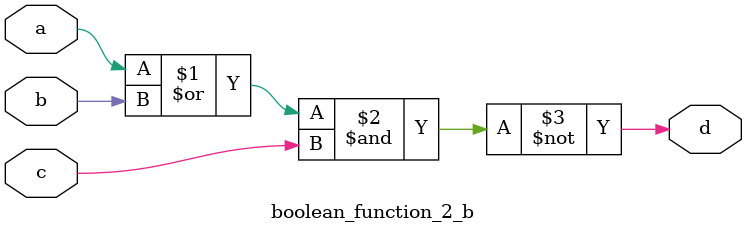
<source format=v>
`timescale 1ns / 1ps


module boolean_function_2_b(
    input a,b,c,
    output d
    );
    
    assign d = ~((a|b)&c);
endmodule

</source>
